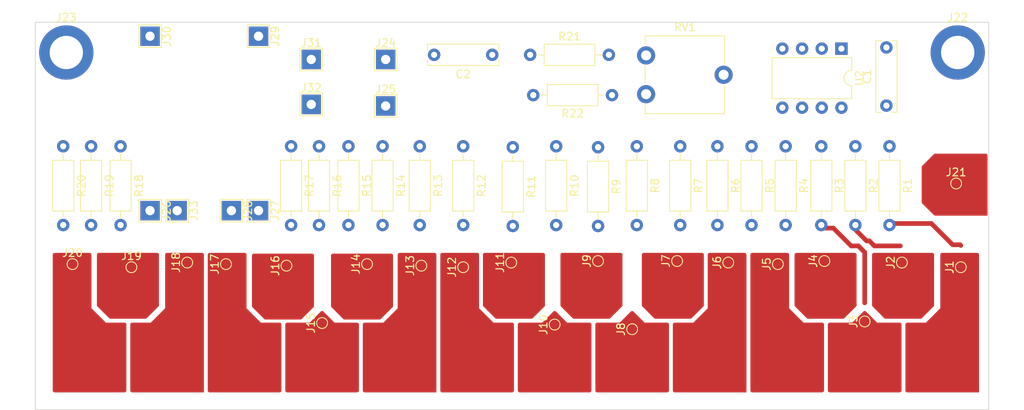
<source format=kicad_pcb>
(kicad_pcb (version 20221018) (generator pcbnew)
  (layers (0 "F.Cu" signal) (31 "B.Cu" signal) (34 "B.Paste" user) (35 "F.Paste" user) (36 "B.SilkS" user "B.Silkscreen") (37 "F.SilkS" user "F.Silkscreen") (38 "B.Mask" user) (39 "F.Mask" user) (44 "Edge.Cuts" user))
  (net 0 "")
  (net 1 "Net-(J1-Pin_1)")
  (net 2 "Net-(J2-Pin_1)")
  (net 3 "Net-(J3-Pin_1)")
  (net 4 "Net-(J4-Pin_1)")
  (net 5 "Net-(J5-Pin_1)")
  (net 6 "Net-(J6-Pin_1)")
  (net 7 "Net-(J7-Pin_1)")
  (net 8 "Net-(J8-Pin_1)")
  (net 9 "Net-(J9-Pin_1)")
  (net 10 "Net-(J10-Pin_1)")
  (net 11 "Net-(J11-Pin_1)")
  (net 12 "Net-(J12-Pin_1)")
  (net 13 "Net-(J13-Pin_1)")
  (net 14 "Net-(J14-Pin_1)")
  (net 15 "Net-(J15-Pin_1)")
  (net 16 "GND")
  (net 17 "VCC")
  (net 18 "Net-(U2-THR)")
  (net 19 "Net-(J16-Pin_1)")
  (net 20 "Net-(J17-Pin_1)")
  (net 21 "Net-(J18-Pin_1)")
  (net 22 "Net-(J19-Pin_1)")
  (net 23 "Net-(J20-Pin_1)")
  (net 24 "+BATT")
  (net 25 "Net-(U2-CV)")
  (net 26 "Net-(R21-Pad2)")
  (net 27 "Net-(R22-Pad1)")
  (net 28 "+5V")
  (net 29 "Net-(J21-Pin_1)")
  (net 31 "Net-(J24-Pin_1)")
  (footprint "Resistor_THT:R_Axial_DIN0207_L6.3mm_D2.5mm_P10.16mm_Horizontal" (layer "F.Cu") (at 151.4 66 -90)
    (fp_text reference "R3" (at 5.08 -2.37 90) (layer "F.SilkS"))
    (fp_text value "R")
    (fp_line (start 1.04 0) (end 1.81 0) (stroke (width 0.12)) (layer "F.SilkS"))
    (fp_line (start 1.81 -1.37) (end 1.81 1.37) (stroke (width 0.12)) (layer "F.SilkS"))
    (fp_line (start 1.81 1.37) (end 8.35 1.37) (stroke (width 0.12)) (layer "F.SilkS"))
    (fp_line (start 8.35 -1.37) (end 1.81 -1.37) (stroke (width 0.12)) (layer "F.SilkS"))
    (fp_line (start 8.35 1.37) (end 8.35 -1.37) (stroke (width 0.12)) (layer "F.SilkS"))
    (fp_line (start 9.12 0) (end 8.35 0) (stroke (width 0.12)) (layer "F.SilkS"))
    (pad "1" thru_hole circle (at 0 0 270) (size 1.6 1.6) (drill 0.8) (layers "*.Cu" "*.Mask") (net 2 "Net-(J2-Pin_1)"))
    (pad "2" thru_hole oval (at 10.16 0 270) (size 1.6 1.6) (drill 0.8) (layers "*.Cu" "*.Mask") (net 3 "Net-(J3-Pin_1)"))
  )
  (footprint "Package_DIP:DIP-8_W7.62mm" (layer "F.Cu") (at 154 53.4 -90)
    (fp_text reference "U2" (at 3.81 -2.33 90) (layer "F.SilkS"))
    (fp_text value "NE555P")
    (fp_line (start 1.16 -1.33) (end 1.16 8.95) (stroke (width 0.12)) (layer "F.SilkS"))
    (fp_line (start 1.16 8.95) (end 6.46 8.95) (stroke (width 0.12)) (layer "F.SilkS"))
    (fp_line (start 2.81 -1.33) (end 1.16 -1.33) (stroke (width 0.12)) (layer "F.SilkS"))
    (fp_line (start 6.46 -1.33) (end 4.81 -1.33) (stroke (width 0.12)) (layer "F.SilkS"))
    (fp_line (start 6.46 8.95) (end 6.46 -1.33) (stroke (width 0.12)) (layer "F.SilkS"))
    (fp_arc (start 4.81 -1.33) (mid 3.81 -0.33) (end 2.81 -1.33) (stroke (width 0.12)) (layer "F.SilkS"))
    (pad "1" thru_hole rect (at 0 0 270) (size 1.6 1.6) (drill 0.8) (layers "*.Cu" "*.Mask") (net 16 "GND"))
    (pad "2" thru_hole oval (at 0 2.54 270) (size 1.6 1.6) (drill 0.8) (layers "*.Cu" "*.Mask") (net 18 "Net-(U2-THR)"))
    (pad "3" thru_hole oval (at 0 5.08 270) (size 1.6 1.6) (drill 0.8) (layers "*.Cu" "*.Mask") (net 29 "Net-(J21-Pin_1)"))
    (pad "4" thru_hole oval (at 0 7.62 270) (size 1.6 1.6) (drill 0.8) (layers "*.Cu" "*.Mask") (net 17 "VCC"))
    (pad "5" thru_hole oval (at 7.62 7.62 270) (size 1.6 1.6) (drill 0.8) (layers "*.Cu" "*.Mask") (net 25 "Net-(U2-CV)"))
    (pad "6" thru_hole oval (at 7.62 5.08 270) (size 1.6 1.6) (drill 0.8) (layers "*.Cu" "*.Mask") (net 18 "Net-(U2-THR)"))
    (pad "7" thru_hole oval (at 7.62 2.54 270) (size 1.6 1.6) (drill 0.8) (layers "*.Cu" "*.Mask"))
    (pad "8" thru_hole oval (at 7.62 0 270) (size 1.6 1.6) (drill 0.8) (layers "*.Cu" "*.Mask") (net 17 "VCC"))
  )
  (footprint "Capacitor_THT:C_Rect_L9.0mm_W2.5mm_P7.50mm_MKT" (layer "F.Cu") (at 159.8 60.75 90)
    (fp_text reference "C1" (at 3.75 -2.5 90) (layer "F.SilkS"))
    (fp_text value "C")
    (fp_line (start -0.87 -1.37) (end -0.87 -0.665) (stroke (width 0.12)) (layer "F.SilkS"))
    (fp_line (start -0.87 -1.37) (end 8.37 -1.37) (stroke (width 0.12)) (layer "F.SilkS"))
    (fp_line (start -0.87 0.665) (end -0.87 1.37) (stroke (width 0.12)) (layer "F.SilkS"))
    (fp_line (start -0.87 1.37) (end 8.37 1.37) (stroke (width 0.12)) (layer "F.SilkS"))
    (fp_line (start 8.37 -1.37) (end 8.37 -0.665) (stroke (width 0.12)) (layer "F.SilkS"))
    (fp_line (start 8.37 0.665) (end 8.37 1.37) (stroke (width 0.12)) (layer "F.SilkS"))
    (pad "1" thru_hole circle (at 0 0 90) (size 1.6 1.6) (drill 0.8) (layers "*.Cu" "*.Mask") (net 18 "Net-(U2-THR)"))
    (pad "2" thru_hole circle (at 7.5 0 90) (size 1.6 1.6) (drill 0.8) (layers "*.Cu" "*.Mask") (net 16 "GND"))
  )
  (footprint "TestPoint:TestPoint_Pad_D1.0mm" (layer "F.Cu") (at 139.4 81 90)
    (fp_text reference "J6" (at 0 -1.448 90) (layer "F.SilkS"))
    (fp_text value "Conn_01x01")
    (fp_circle (center 0 0) (end 0 0.7) (stroke (width 0.12)) (fill none) (layer "F.SilkS"))
    (pad "1" smd circle (at 0 0 90) (size 1 1) (layers "F.Cu" "F.Mask") (net 6 "Net-(J6-Pin_1)"))
  )
  (footprint "TestPoint:TestPoint_Pad_D1.0mm" (layer "F.Cu") (at 132.8 80.8 90)
    (fp_text reference "J7" (at 0 -1.448 90) (layer "F.SilkS"))
    (fp_text value "Conn_01x01")
    (fp_circle (center 0 0) (end 0 0.7) (stroke (width 0.12)) (fill none) (layer "F.SilkS"))
    (pad "1" smd circle (at 0 0 90) (size 1 1) (layers "F.Cu" "F.Mask") (net 7 "Net-(J7-Pin_1)"))
  )
  (footprint "Resistor_THT:R_Axial_DIN0207_L6.3mm_D2.5mm_P10.16mm_Horizontal" (layer "F.Cu") (at 57.2 66 -90)
    (fp_text reference "R19" (at 5.08 -2.37 90) (layer "F.SilkS"))
    (fp_text value "R")
    (fp_line (start 1.04 0) (end 1.81 0) (stroke (width 0.12)) (layer "F.SilkS"))
    (fp_line (start 1.81 -1.37) (end 1.81 1.37) (stroke (width 0.12)) (layer "F.SilkS"))
    (fp_line (start 1.81 1.37) (end 8.35 1.37) (stroke (width 0.12)) (layer "F.SilkS"))
    (fp_line (start 8.35 -1.37) (end 1.81 -1.37) (stroke (width 0.12)) (layer "F.SilkS"))
    (fp_line (start 8.35 1.37) (end 8.35 -1.37) (stroke (width 0.12)) (layer "F.SilkS"))
    (fp_line (start 9.12 0) (end 8.35 0) (stroke (width 0.12)) (layer "F.SilkS"))
    (pad "1" thru_hole circle (at 0 0 270) (size 1.6 1.6) (drill 0.8) (layers "*.Cu" "*.Mask") (net 21 "Net-(J18-Pin_1)"))
    (pad "2" thru_hole oval (at 10.16 0 270) (size 1.6 1.6) (drill 0.8) (layers "*.Cu" "*.Mask") (net 22 "Net-(J19-Pin_1)"))
  )
  (footprint "Resistor_THT:R_Axial_DIN0207_L6.3mm_D2.5mm_P10.16mm_Horizontal" (layer "F.Cu") (at 105.2 66 -90)
    (fp_text reference "R12" (at 5.08 -2.37 90) (layer "F.SilkS"))
    (fp_text value "R")
    (fp_line (start 1.04 0) (end 1.81 0) (stroke (width 0.12)) (layer "F.SilkS"))
    (fp_line (start 1.81 -1.37) (end 1.81 1.37) (stroke (width 0.12)) (layer "F.SilkS"))
    (fp_line (start 1.81 1.37) (end 8.35 1.37) (stroke (width 0.12)) (layer "F.SilkS"))
    (fp_line (start 8.35 -1.37) (end 1.81 -1.37) (stroke (width 0.12)) (layer "F.SilkS"))
    (fp_line (start 8.35 1.37) (end 8.35 -1.37) (stroke (width 0.12)) (layer "F.SilkS"))
    (fp_line (start 9.12 0) (end 8.35 0) (stroke (width 0.12)) (layer "F.SilkS"))
    (pad "1" thru_hole circle (at 0 0 270) (size 1.6 1.6) (drill 0.8) (layers "*.Cu" "*.Mask") (net 11 "Net-(J11-Pin_1)"))
    (pad "2" thru_hole oval (at 10.16 0 270) (size 1.6 1.6) (drill 0.8) (layers "*.Cu" "*.Mask") (net 12 "Net-(J12-Pin_1)"))
  )
  (footprint "Resistor_THT:R_Axial_DIN0207_L6.3mm_D2.5mm_P10.16mm_Horizontal" (layer "F.Cu") (at 160.2 66 -90)
    (fp_text reference "R1" (at 5.08 -2.37 90) (layer "F.SilkS"))
    (fp_text value "R" hide)
    (fp_line (start 1.04 0) (end 1.81 0) (stroke (width 0.12)) (layer "F.SilkS"))
    (fp_line (start 1.81 -1.37) (end 1.81 1.37) (stroke (width 0.12)) (layer "F.SilkS"))
    (fp_line (start 1.81 1.37) (end 8.35 1.37) (stroke (width 0.12)) (layer "F.SilkS"))
    (fp_line (start 8.35 -1.37) (end 1.81 -1.37) (stroke (width 0.12)) (layer "F.SilkS"))
    (fp_line (start 8.35 1.37) (end 8.35 -1.37) (stroke (width 0.12)) (layer "F.SilkS"))
    (fp_line (start 9.12 0) (end 8.35 0) (stroke (width 0.12)) (layer "F.SilkS"))
    (pad "1" thru_hole circle (at 0 0 270) (size 1.6 1.6) (drill 0.8) (layers "*.Cu" "*.Mask") (net 18 "Net-(U2-THR)"))
    (pad "2" thru_hole oval (at 10.16 0 270) (size 1.6 1.6) (drill 0.8) (layers "*.Cu" "*.Mask") (net 1 "Net-(J1-Pin_1)"))
  )
  (footprint "Resistor_THT:R_Axial_DIN0207_L6.3mm_D2.5mm_P10.16mm_Horizontal" (layer "F.Cu") (at 99.6 66 -90)
    (fp_text reference "R13" (at 5.08 -2.37 90) (layer "F.SilkS"))
    (fp_text value "R")
    (fp_line (start 1.04 0) (end 1.81 0) (stroke (width 0.12)) (layer "F.SilkS"))
    (fp_line (start 1.81 -1.37) (end 1.81 1.37) (stroke (width 0.12)) (layer "F.SilkS"))
    (fp_line (start 1.81 1.37) (end 8.35 1.37) (stroke (width 0.12)) (layer "F.SilkS"))
    (fp_line (start 8.35 -1.37) (end 1.81 -1.37) (stroke (width 0.12)) (layer "F.SilkS"))
    (fp_line (start 8.35 1.37) (end 8.35 -1.37) (stroke (width 0.12)) (layer "F.SilkS"))
    (fp_line (start 9.12 0) (end 8.35 0) (stroke (width 0.12)) (layer "F.SilkS"))
    (pad "1" thru_hole circle (at 0 0 270) (size 1.6 1.6) (drill 0.8) (layers "*.Cu" "*.Mask") (net 12 "Net-(J12-Pin_1)"))
    (pad "2" thru_hole oval (at 10.16 0 270) (size 1.6 1.6) (drill 0.8) (layers "*.Cu" "*.Mask") (net 13 "Net-(J13-Pin_1)"))
  )
  (footprint "TestPoint:TestPoint_Pad_D1.0mm" (layer "F.Cu") (at 168.8 70.8)
    (fp_text reference "J21" (at 0 -1.448) (layer "F.SilkS"))
    (fp_text value "Conn_01x01")
    (fp_circle (center 0 0) (end 0 0.7) (stroke (width 0.12)) (fill none) (layer "F.SilkS"))
    (pad "1" smd circle (at 0 0) (size 1 1) (layers "F.Cu" "F.Mask") (net 29 "Net-(J21-Pin_1)"))
  )
  (footprint "Resistor_THT:R_Axial_DIN0207_L6.3mm_D2.5mm_P10.16mm_Horizontal" (layer "F.Cu") (at 90.4 66 -90)
    (fp_text reference "R15" (at 5.08 -2.37 90) (layer "F.SilkS"))
    (fp_text value "R")
    (fp_line (start 1.04 0) (end 1.81 0) (stroke (width 0.12)) (layer "F.SilkS"))
    (fp_line (start 1.81 -1.37) (end 1.81 1.37) (stroke (width 0.12)) (layer "F.SilkS"))
    (fp_line (start 1.81 1.37) (end 8.35 1.37) (stroke (width 0.12)) (layer "F.SilkS"))
    (fp_line (start 8.35 -1.37) (end 1.81 -1.37) (stroke (width 0.12)) (layer "F.SilkS"))
    (fp_line (start 8.35 1.37) (end 8.35 -1.37) (stroke (width 0.12)) (layer "F.SilkS"))
    (fp_line (start 9.12 0) (end 8.35 0) (stroke (width 0.12)) (layer "F.SilkS"))
    (pad "1" thru_hole circle (at 0 0 270) (size 1.6 1.6) (drill 0.8) (layers "*.Cu" "*.Mask") (net 14 "Net-(J14-Pin_1)"))
    (pad "2" thru_hole oval (at 10.16 0 270) (size 1.6 1.6) (drill 0.8) (layers "*.Cu" "*.Mask") (net 15 "Net-(J15-Pin_1)"))
  )
  (footprint "TestPoint:TestPoint_Pad_D1.0mm" (layer "F.Cu") (at 87 88.8 90)
    (fp_text reference "J15" (at 0 -1.448 90) (layer "F.SilkS"))
    (fp_text value "Conn_01x01")
    (fp_circle (center 0 0) (end 0 0.7) (stroke (width 0.12)) (fill none) (layer "F.SilkS"))
    (pad "1" smd circle (at 0 0 90) (size 1 1) (layers "F.Cu" "F.Mask") (net 15 "Net-(J15-Pin_1)"))
  )
  (footprint "TestPoint:TestPoint_Pad_D1.0mm" (layer "F.Cu") (at 74.6 81.2 90)
    (fp_text reference "J17" (at 0 -1.448 90) (layer "F.SilkS"))
    (fp_text value "Conn_01x01")
    (fp_circle (center 0 0) (end 0 0.7) (stroke (width 0.12)) (fill none) (layer "F.SilkS"))
    (pad "1" smd circle (at 0 0 90) (size 1 1) (layers "F.Cu" "F.Mask") (net 20 "Net-(J17-Pin_1)"))
  )
  (footprint "TestPoint:TestPoint_Pad_D1.0mm" (layer "F.Cu") (at 169.4 81.6 90)
    (fp_text reference "J1" (at 0 -1.448 90) (layer "F.SilkS"))
    (fp_text value "Conn_01x01")
    (fp_circle (center 0 0) (end 0 0.7) (stroke (width 0.12)) (fill none) (layer "F.SilkS"))
    (pad "1" smd circle (at 0 0 90) (size 1 1) (layers "F.Cu" "F.Mask") (net 1 "Net-(J1-Pin_1)"))
  )
  (footprint "Resistor_THT:R_Axial_DIN0207_L6.3mm_D2.5mm_P10.16mm_Horizontal" (layer "F.Cu") (at 138 66 -90)
    (fp_text reference "R6" (at 5.08 -2.37 90) (layer "F.SilkS"))
    (fp_text value "R")
    (fp_line (start 1.04 0) (end 1.81 0) (stroke (width 0.12)) (layer "F.SilkS"))
    (fp_line (start 1.81 -1.37) (end 1.81 1.37) (stroke (width 0.12)) (layer "F.SilkS"))
    (fp_line (start 1.81 1.37) (end 8.35 1.37) (stroke (width 0.12)) (layer "F.SilkS"))
    (fp_line (start 8.35 -1.37) (end 1.81 -1.37) (stroke (width 0.12)) (layer "F.SilkS"))
    (fp_line (start 8.35 1.37) (end 8.35 -1.37) (stroke (width 0.12)) (layer "F.SilkS"))
    (fp_line (start 9.12 0) (end 8.35 0) (stroke (width 0.12)) (layer "F.SilkS"))
    (pad "1" thru_hole circle (at 0 0 270) (size 1.6 1.6) (drill 0.8) (layers "*.Cu" "*.Mask") (net 5 "Net-(J5-Pin_1)"))
    (pad "2" thru_hole oval (at 10.16 0 270) (size 1.6 1.6) (drill 0.8) (layers "*.Cu" "*.Mask") (net 6 "Net-(J6-Pin_1)"))
  )
  (footprint "TestPoint:TestPoint_Pad_D1.0mm" (layer "F.Cu") (at 127 89.6 90)
    (fp_text reference "J8" (at 0 -1.448 90) (layer "F.SilkS"))
    (fp_text value "Conn_01x01")
    (fp_circle (center 0 0) (end 0 0.7) (stroke (width 0.12)) (fill none) (layer "F.SilkS"))
    (pad "1" smd circle (at 0 0 90) (size 1 1) (layers "F.Cu" "F.Mask") (net 8 "Net-(J8-Pin_1)"))
  )
  (footprint "Resistor_THT:R_Axial_DIN0207_L6.3mm_D2.5mm_P10.16mm_Horizontal" (layer "F.Cu") (at 53.6 66 -90)
    (fp_text reference "R20" (at 5.08 -2.37 90) (layer "F.SilkS"))
    (fp_text value "R")
    (fp_line (start 1.04 0) (end 1.81 0) (stroke (width 0.12)) (layer "F.SilkS"))
    (fp_line (start 1.81 -1.37) (end 1.81 1.37) (stroke (width 0.12)) (layer "F.SilkS"))
    (fp_line (start 1.81 1.37) (end 8.35 1.37) (stroke (width 0.12)) (layer "F.SilkS"))
    (fp_line (start 8.35 -1.37) (end 1.81 -1.37) (stroke (width 0.12)) (layer "F.SilkS"))
    (fp_line (start 8.35 1.37) (end 8.35 -1.37) (stroke (width 0.12)) (layer "F.SilkS"))
    (fp_line (start 9.12 0) (end 8.35 0) (stroke (width 0.12)) (layer "F.SilkS"))
    (pad "1" thru_hole circle (at 0 0 270) (size 1.6 1.6) (drill 0.8) (layers "*.Cu" "*.Mask") (net 22 "Net-(J19-Pin_1)"))
    (pad "2" thru_hole oval (at 10.16 0 270) (size 1.6 1.6) (drill 0.8) (layers "*.Cu" "*.Mask") (net 23 "Net-(J20-Pin_1)"))
  )
  (footprint "TestPoint:TestPoint_THTPad_2.5x2.5mm_Drill1.2mm" (layer "F.Cu") (at 85.6 60.6)
    (fp_text reference "J32" (at 0 -2.148) (layer "F.SilkS"))
    (fp_text value "Conn_01x01")
    (fp_line (start -1.45 -1.45) (end 1.45 -1.45) (stroke (width 0.12)) (layer "F.SilkS"))
    (fp_line (start -1.45 1.45) (end -1.45 -1.45) (stroke (width 0.12)) (layer "F.SilkS"))
    (fp_line (start 1.45 -1.45) (end 1.45 1.45) (stroke (width 0.12)) (layer "F.SilkS"))
    (fp_line (start 1.45 1.45) (end -1.45 1.45) (stroke (width 0.12)) (layer "F.SilkS"))
    (pad "1" thru_hole rect (at 0 0) (size 2.5 2.5) (drill 1.2) (layers "*.Cu" "*.Mask") (net 16 "GND"))
  )
  (footprint "TestPoint:TestPoint_THTPad_2.5x2.5mm_Drill1.2mm" (layer "F.Cu") (at 75.3 74.3 -90)
    (fp_text reference "J28" (at 0 -2.148 90) (layer "F.SilkS"))
    (fp_text value "Conn_01x01")
    (fp_line (start -1.45 -1.45) (end 1.45 -1.45) (stroke (width 0.12)) (layer "F.SilkS"))
    (fp_line (start -1.45 1.45) (end -1.45 -1.45) (stroke (width 0.12)) (layer "F.SilkS"))
    (fp_line (start 1.45 -1.45) (end 1.45 1.45) (stroke (width 0.12)) (layer "F.SilkS"))
    (fp_line (start 1.45 1.45) (end -1.45 1.45) (stroke (width 0.12)) (layer "F.SilkS"))
    (pad "1" thru_hole rect (at 0 0 270) (size 2.5 2.5) (drill 1.2) (layers "*.Cu" "*.Mask") (net 24 "+BATT"))
  )
  (footprint "TestPoint:TestPoint_THTPad_2.5x2.5mm_Drill1.2mm" (layer "F.Cu") (at 95.2 54.8)
    (fp_text reference "J24" (at 0 -2.148) (layer "F.SilkS"))
    (fp_text value "Conn_01x01")
    (fp_line (start -1.45 -1.45) (end 1.45 -1.45) (stroke (width 0.12)) (layer "F.SilkS"))
    (fp_line (start -1.45 1.45) (end -1.45 -1.45) (stroke (width 0.12)) (layer "F.SilkS"))
    (fp_line (start 1.45 -1.45) (end 1.45 1.45) (stroke (width 0.12)) (layer "F.SilkS"))
    (fp_line (start 1.45 1.45) (end -1.45 1.45) (stroke (width 0.12)) (layer "F.SilkS"))
    (pad "1" thru_hole rect (at 0 0) (size 2.5 2.5) (drill 1.2) (layers "*.Cu" "*.Mask") (net 31 "Net-(J24-Pin_1)"))
  )
  (footprint "Resistor_THT:R_Axial_DIN0207_L6.3mm_D2.5mm_P10.16mm_Horizontal" (layer "F.Cu") (at 146.8 66 -90)
    (fp_text reference "R4" (at 5.08 -2.37 90) (layer "F.SilkS"))
    (fp_text value "R")
    (fp_line (start 1.04 0) (end 1.81 0) (stroke (width 0.12)) (layer "F.SilkS"))
    (fp_line (start 1.81 -1.37) (end 1.81 1.37) (stroke (width 0.12)) (layer "F.SilkS"))
    (fp_line (start 1.81 1.37) (end 8.35 1.37) (stroke (width 0.12)) (layer "F.SilkS"))
    (fp_line (start 8.35 -1.37) (end 1.81 -1.37) (stroke (width 0.12)) (layer "F.SilkS"))
    (fp_line (start 8.35 1.37) (end 8.35 -1.37) (stroke (width 0.12)) (layer "F.SilkS"))
    (fp_line (start 9.12 0) (end 8.35 0) (stroke (width 0.12)) (layer "F.SilkS"))
    (pad "1" thru_hole circle (at 0 0 270) (size 1.6 1.6) (drill 0.8) (layers "*.Cu" "*.Mask") (net 3 "Net-(J3-Pin_1)"))
    (pad "2" thru_hole oval (at 10.16 0 270) (size 1.6 1.6) (drill 0.8) (layers "*.Cu" "*.Mask") (net 4 "Net-(J4-Pin_1)"))
  )
  (footprint "TestPoint:TestPoint_Pad_D1.0mm" (layer "F.Cu") (at 54.8 81.2)
    (fp_text reference "J20" (at 0 -1.448) (layer "F.SilkS"))
    (fp_text value "Conn_01x01")
    (fp_circle (center 0 0) (end 0 0.7) (stroke (width 0.12)) (fill none) (layer "F.SilkS"))
    (pad "1" smd circle (at 0 0) (size 1 1) (layers "F.Cu" "F.Mask") (net 23 "Net-(J20-Pin_1)"))
  )
  (footprint "TestPoint:TestPoint_THTPad_2.5x2.5mm_Drill1.2mm" (layer "F.Cu") (at 64.8 51.8 -90)
    (fp_text reference "J30" (at 0 -2.148 90) (layer "F.SilkS"))
    (fp_text value "Conn_01x01")
    (fp_line (start -1.45 -1.45) (end 1.45 -1.45) (stroke (width 0.12)) (layer "F.SilkS"))
    (fp_line (start -1.45 1.45) (end -1.45 -1.45) (stroke (width 0.12)) (layer "F.SilkS"))
    (fp_line (start 1.45 -1.45) (end 1.45 1.45) (stroke (width 0.12)) (layer "F.SilkS"))
    (fp_line (start 1.45 1.45) (end -1.45 1.45) (stroke (width 0.12)) (layer "F.SilkS"))
    (pad "1" thru_hole rect (at 0 0 270) (size 2.5 2.5) (drill 1.2) (layers "*.Cu" "*.Mask") (net 16 "GND"))
  )
  (footprint "TestPoint:TestPoint_Pad_D1.0mm" (layer "F.Cu") (at 82.4 81.4 90)
    (fp_text reference "J16" (at 0 -1.448 90) (layer "F.SilkS"))
    (fp_text value "Conn_01x01")
    (fp_circle (center 0 0) (end 0 0.7) (stroke (width 0.12)) (fill none) (layer "F.SilkS"))
    (pad "1" smd circle (at 0 0 90) (size 1 1) (layers "F.Cu" "F.Mask") (net 19 "Net-(J16-Pin_1)"))
  )
  (footprint "TestPoint:TestPoint_Pad_D1.0mm" (layer "F.Cu") (at 92.8 81.2 90)
    (fp_text reference "J14" (at 0 -1.448 90) (layer "F.SilkS"))
    (fp_text value "Conn_01x01")
    (fp_circle (center 0 0) (end 0 0.7) (stroke (width 0.12)) (fill none) (layer "F.SilkS"))
    (pad "1" smd circle (at 0 0 90) (size 1 1) (layers "F.Cu" "F.Mask") (net 14 "Net-(J14-Pin_1)"))
  )
  (footprint "Resistor_THT:R_Axial_DIN0207_L6.3mm_D2.5mm_P10.16mm_Horizontal" (layer "F.Cu") (at 142.4 66 -90)
    (fp_text reference "R5" (at 5.08 -2.37 90) (layer "F.SilkS"))
    (fp_text value "R")
    (fp_line (start 1.04 0) (end 1.81 0) (stroke (width 0.12)) (layer "F.SilkS"))
    (fp_line (start 1.81 -1.37) (end 1.81 1.37) (stroke (width 0.12)) (layer "F.SilkS"))
    (fp_line (start 1.81 1.37) (end 8.35 1.37) (stroke (width 0.12)) (layer "F.SilkS"))
    (fp_line (start 8.35 -1.37) (end 1.81 -1.37) (stroke (width 0.12)) (layer "F.SilkS"))
    (fp_line (start 8.35 1.37) (end 8.35 -1.37) (stroke (width 0.12)) (layer "F.SilkS"))
    (fp_line (start 9.12 0) (end 8.35 0) (stroke (width 0.12)) (layer "F.SilkS"))
    (pad "1" thru_hole circle (at 0 0 270) (size 1.6 1.6) (drill 0.8) (layers "*.Cu" "*.Mask") (net 4 "Net-(J4-Pin_1)"))
    (pad "2" thru_hole oval (at 10.16 0 270) (size 1.6 1.6) (drill 0.8) (layers "*.Cu" "*.Mask") (net 5 "Net-(J5-Pin_1)"))
  )
  (footprint "TestPoint:TestPoint_Pad_D1.0mm" (layer "F.Cu") (at 122.6 80.8 90)
    (fp_text reference "J9" (at 0 -1.448 90) (layer "F.SilkS"))
    (fp_text value "Conn_01x01")
    (fp_circle (center 0 0) (end 0 0.7) (stroke (width 0.12)) (fill none) (layer "F.SilkS"))
    (pad "1" smd circle (at 0 0 90) (size 1 1) (layers "F.Cu" "F.Mask") (net 9 "Net-(J9-Pin_1)"))
  )
  (footprint "Resistor_THT:R_Axial_DIN0207_L6.3mm_D2.5mm_P10.16mm_Horizontal" (layer "F.Cu") (at 83 66 -90)
    (fp_text reference "R17" (at 5.08 -2.37 90) (layer "F.SilkS"))
    (fp_text value "R")
    (fp_line (start 1.04 0) (end 1.81 0) (stroke (width 0.12)) (layer "F.SilkS"))
    (fp_line (start 1.81 -1.37) (end 1.81 1.37) (stroke (width 0.12)) (layer "F.SilkS"))
    (fp_line (start 1.81 1.37) (end 8.35 1.37) (stroke (width 0.12)) (layer "F.SilkS"))
    (fp_line (start 8.35 -1.37) (end 1.81 -1.37) (stroke (width 0.12)) (layer "F.SilkS"))
    (fp_line (start 8.35 1.37) (end 8.35 -1.37) (stroke (width 0.12)) (layer "F.SilkS"))
    (fp_line (start 9.12 0) (end 8.35 0) (stroke (width 0.12)) (layer "F.SilkS"))
    (pad "1" thru_hole circle (at 0 0 270) (size 1.6 1.6) (drill 0.8) (layers "*.Cu" "*.Mask") (net 19 "Net-(J16-Pin_1)"))
    (pad "2" thru_hole oval (at 10.16 0 270) (size 1.6 1.6) (drill 0.8) (layers "*.Cu" "*.Mask") (net 20 "Net-(J17-Pin_1)"))
  )
  (footprint "TestPoint:TestPoint_THTPad_2.5x2.5mm_Drill1.2mm" (layer "F.Cu") (at 64.8 74.3 -90)
    (fp_text reference "J26" (at 0 -2.148 90) (layer "F.SilkS"))
    (fp_text value "Conn_01x01")
    (fp_line (start -1.45 -1.45) (end 1.45 -1.45) (stroke (width 0.12)) (layer "F.SilkS"))
    (fp_line (start -1.45 1.45) (end -1.45 -1.45) (stroke (width 0.12)) (layer "F.SilkS"))
    (fp_line (start 1.45 -1.45) (end 1.45 1.45) (stroke (width 0.12)) (layer "F.SilkS"))
    (fp_line (start 1.45 1.45) (end -1.45 1.45) (stroke (width 0.12)) (layer "F.SilkS"))
    (pad "1" thru_hole rect (at 0 0 270) (size 2.5 2.5) (drill 1.2) (layers "*.Cu" "*.Mask") (net 16 "GND"))
  )
  (footprint "Resistor_THT:R_Axial_DIN0207_L6.3mm_D2.5mm_P10.16mm_Horizontal" (layer "F.Cu") (at 113.84 54.2)
    (fp_text reference "R21" (at 5.08 -2.37) (layer "F.SilkS"))
    (fp_text value "R")
    (fp_line (start 1.04 0) (end 1.81 0) (stroke (width 0.12)) (layer "F.SilkS"))
    (fp_line (start 1.81 -1.37) (end 1.81 1.37) (stroke (width 0.12)) (layer "F.SilkS"))
    (fp_line (start 1.81 1.37) (end 8.35 1.37) (stroke (width 0.12)) (layer "F.SilkS"))
    (fp_line (start 8.35 -1.37) (end 1.81 -1.37) (stroke (width 0.12)) (layer "F.SilkS"))
    (fp_line (start 8.35 1.37) (end 8.35 -1.37) (stroke (width 0.12)) (layer "F.SilkS"))
    (fp_line (start 9.12 0) (end 8.35 0) (stroke (width 0.12)) (layer "F.SilkS"))
    (pad "1" thru_hole circle (at 0 0) (size 1.6 1.6) (drill 0.8) (layers "*.Cu" "*.Mask") (net 16 "GND"))
    (pad "2" thru_hole oval (at 10.16 0) (size 1.6 1.6) (drill 0.8) (layers "*.Cu" "*.Mask") (net 26 "Net-(R21-Pad2)"))
  )
  (footprint "TestPoint:TestPoint_THTPad_2.5x2.5mm_Drill1.2mm" (layer "F.Cu") (at 95.2 60.8)
    (fp_text reference "J25" (at 0 -2.148) (layer "F.SilkS"))
    (fp_text value "Conn_01x01")
    (fp_line (start -1.45 -1.45) (end 1.45 -1.45) (stroke (width 0.12)) (layer "F.SilkS"))
    (fp_line (start -1.45 1.45) (end -1.45 -1.45) (stroke (width 0.12)) (layer "F.SilkS"))
    (fp_line (start 1.45 -1.45) (end 1.45 1.45) (stroke (width 0.12)) (layer "F.SilkS"))
    (fp_line (start 1.45 1.45) (end -1.45 1.45) (stroke (width 0.12)) (layer "F.SilkS"))
    (pad "1" thru_hole rect (at 0 0) (size 2.5 2.5) (drill 1.2) (layers "*.Cu" "*.Mask") (net 16 "GND"))
  )
  (footprint "TestPoint:TestPoint_THTPad_2.5x2.5mm_Drill1.2mm" (layer "F.Cu") (at 78.8 74.3 -90)
    (fp_text reference "J27" (at 0 -2.148 90) (layer "F.SilkS"))
    (fp_text value "Conn_01x01")
    (fp_line (start -1.45 -1.45) (end 1.45 -1.45) (stroke (width 0.12)) (layer "F.SilkS"))
    (fp_line (start -1.45 1.45) (end -1.45 -1.45) (stroke (width 0.12)) (layer "F.SilkS"))
    (fp_line (start 1.45 -1.45) (end 1.45 1.45) (stroke (width 0.12)) (layer "F.SilkS"))
    (fp_line (start 1.45 1.45) (end -1.45 1.45) (stroke (width 0.12)) (layer "F.SilkS"))
    (pad "1" thru_hole rect (at 0 0 270) (size 2.5 2.5) (drill 1.2) (layers "*.Cu" "*.Mask") (net 17 "VCC"))
  )
  (footprint "TestPoint:TestPoint_Pad_D1.0mm" (layer "F.Cu") (at 105.2 81.6 90)
    (fp_text reference "J12" (at 0 -1.448 90) (layer "F.SilkS"))
    (fp_text value "Conn_01x01")
    (fp_circle (center 0 0) (end 0 0.7) (stroke (width 0.12)) (fill none) (layer "F.SilkS"))
    (pad "1" smd circle (at 0 0 90) (size 1 1) (layers "F.Cu" "F.Mask") (net 12 "Net-(J12-Pin_1)"))
  )
  (footprint "MountingHole:MountingHole_4.3mm_M4_ISO14580_Pad" (layer "F.Cu") (at 54 53.9)
    (fp_text reference "J23" (at 0 -4.5) (layer "F.SilkS"))
    (fp_text value "Screw_Terminal_01x01")
    (pad "1" thru_hole circle (at 0 0) (size 7 7) (drill 4.3) (layers "*.Cu" "*.Mask") (net 16 "GND"))
  )
  (footprint "Resistor_THT:R_Axial_DIN0207_L6.3mm_D2.5mm_P10.16mm_Horizontal" (layer "F.Cu") (at 122.6 66.12 -90)
    (fp_text reference "R9" (at 5.08 -2.37 90) (layer "F.SilkS"))
    (fp_text value "R")
    (fp_line (start 1.04 0) (end 1.81 0) (stroke (width 0.12)) (layer "F.SilkS"))
    (fp_line (start 1.81 -1.37) (end 1.81 1.37) (stroke (width 0.12)) (layer "F.SilkS"))
    (fp_line (start 1.81 1.37) (end 8.35 1.37) (stroke (width 0.12)) (layer "F.SilkS"))
    (fp_line (start 8.35 -1.37) (end 1.81 -1.37) (stroke (width 0.12)) (layer "F.SilkS"))
    (fp_line (start 8.35 1.37) (end 8.35 -1.37) (stroke (width 0.12)) (layer "F.SilkS"))
    (fp_line (start 9.12 0) (end 8.35 0) (stroke (width 0.12)) (layer "F.SilkS"))
    (pad "1" thru_hole circle (at 0 0 270) (size 1.6 1.6) (drill 0.8) (layers "*.Cu" "*.Mask") (net 8 "Net-(J8-Pin_1)"))
    (pad "2" thru_hole oval (at 10.16 0 270) (size 1.6 1.6) (drill 0.8) (layers "*.Cu" "*.Mask") (net 9 "Net-(J9-Pin_1)"))
  )
  (footprint "Resistor_THT:R_Axial_DIN0207_L6.3mm_D2.5mm_P10.16mm_Horizontal" (layer "F.Cu") (at 155.8 66 -90)
    (fp_text reference "R2" (at 5.08 -2.37 90) (layer "F.SilkS"))
    (fp_text value "R" hide)
    (fp_line (start 1.04 0) (end 1.81 0) (stroke (width 0.12)) (layer "F.SilkS"))
    (fp_line (start 1.81 -1.37) (end 1.81 1.37) (stroke (width 0.12)) (layer "F.SilkS"))
    (fp_line (start 1.81 1.37) (end 8.35 1.37) (stroke (width 0.12)) (layer "F.SilkS"))
    (fp_line (start 8.35 -1.37) (end 1.81 -1.37) (stroke (width 0.12)) (layer "F.SilkS"))
    (fp_line (start 8.35 1.37) (end 8.35 -1.37) (stroke (width 0.12)) (layer "F.SilkS"))
    (fp_line (start 9.12 0) (end 8.35 0) (stroke (width 0.12)) (layer "F.SilkS"))
    (pad "1" thru_hole circle (at 0 0 270) (size 1.6 1.6) (drill 0.8) (layers "*.Cu" "*.Mask") (net 1 "Net-(J1-Pin_1)"))
    (pad "2" thru_hole oval (at 10.16 0 270) (size 1.6 1.6) (drill 0.8) (layers "*.Cu" "*.Mask") (net 2 "Net-(J2-Pin_1)"))
  )
  (footprint "Resistor_THT:R_Axial_DIN0207_L6.3mm_D2.5mm_P10.16mm_Horizontal" (layer "F.Cu") (at 111.6 66.12 -90)
    (fp_text reference "R11" (at 5.08 -2.37 90) (layer "F.SilkS"))
    (fp_text value "R")
    (fp_line (start 1.04 0) (end 1.81 0) (stroke (width 0.12)) (layer "F.SilkS"))
    (fp_line (start 1.81 -1.37) (end 1.81 1.37) (stroke (width 0.12)) (layer "F.SilkS"))
    (fp_line (start 1.81 1.37) (end 8.35 1.37) (stroke (width 0.12)) (layer "F.SilkS"))
    (fp_line (start 8.35 -1.37) (end 1.81 -1.37) (stroke (width 0.12)) (layer "F.SilkS"))
    (fp_line (start 8.35 1.37) (end 8.35 -1.37) (stroke (width 0.12)) (layer "F.SilkS"))
    (fp_line (start 9.12 0) (end 8.35 0) (stroke (width 0.12)) (layer "F.SilkS"))
    (pad "1" thru_hole circle (at 0 0 270) (size 1.6 1.6) (drill 0.8) (layers "*.Cu" "*.Mask") (net 10 "Net-(J10-Pin_1)"))
    (pad "2" thru_hole oval (at 10.16 0 270) (size 1.6 1.6) (drill 0.8) (layers "*.Cu" "*.Mask") (net 11 "Net-(J11-Pin_1)"))
  )
  (footprint "TestPoint:TestPoint_THTPad_2.5x2.5mm_Drill1.2mm" (layer "F.Cu") (at 68.3 74.3 -90)
    (fp_text reference "J33" (at 0 -2.148 90) (layer "F.SilkS"))
    (fp_text value "Conn_01x01")
    (fp_line (start -1.45 -1.45) (end 1.45 -1.45) (stroke (width 0.12)) (layer "F.SilkS"))
    (fp_line (start -1.45 1.45) (end -1.45 -1.45) (stroke (width 0.12)) (layer "F.SilkS"))
    (fp_line (start 1.45 -1.45) (end 1.45 1.45) (stroke (width 0.12)) (layer "F.SilkS"))
    (fp_line (start 1.45 1.45) (end -1.45 1.45) (stroke (width 0.12)) (layer "F.SilkS"))
    (pad "1" thru_hole rect (at 0 0 270) (size 2.5 2.5) (drill 1.2) (layers "*.Cu" "*.Mask") (net 16 "GND"))
  )
  (footprint "Resistor_THT:R_Axial_DIN0207_L6.3mm_D2.5mm_P10.16mm_Horizontal" (layer "F.Cu") (at 127.6 66 -90)
    (fp_text reference "R8" (at 5.08 -2.37 90) (layer "F.SilkS"))
    (fp_text value "R")
    (fp_line (start 1.04 0) (end 1.81 0) (stroke (width 0.12)) (layer "F.SilkS"))
    (fp_line (start 1.81 -1.37) (end 1.81 1.37) (stroke (width 0.12)) (layer "F.SilkS"))
    (fp_line (start 1.81 1.37) (end 8.35 1.37) (stroke (width 0.12)) (layer "F.SilkS"))
    (fp_line (start 8.35 -1.37) (end 1.81 -1.37) (stroke (width 0.12)) (layer "F.SilkS"))
    (fp_line (start 8.35 1.37) (end 8.35 -1.37) (stroke (width 0.12)) (layer "F.SilkS"))
    (fp_line (start 9.12 0) (end 8.35 0) (stroke (width 0.12)) (layer "F.SilkS"))
    (pad "1" thru_hole circle (at 0 0 270) (size 1.6 1.6) (drill 0.8) (layers "*.Cu" "*.Mask") (net 7 "Net-(J7-Pin_1)"))
    (pad "2" thru_hole oval (at 10.16 0 270) (size 1.6 1.6) (drill 0.8) (layers "*.Cu" "*.Mask") (net 8 "Net-(J8-Pin_1)"))
  )
  (footprint "TestPoint:TestPoint_Pad_D1.0mm" (layer "F.Cu") (at 157 88.6 90)
    (fp_text reference "J3" (at 0 -1.448 90) (layer "F.SilkS"))
    (fp_text value "Conn_01x01")
    (fp_circle (center 0 0) (end 0 0.7) (stroke (width 0.12)) (fill none) (layer "F.SilkS"))
    (pad "1" smd circle (at 0 0 90) (size 1 1) (layers "F.Cu" "F.Mask") (net 3 "Net-(J3-Pin_1)"))
  )
  (footprint "MountingHole:MountingHole_4.3mm_M4_ISO14580_Pad" (layer "F.Cu") (at 169 53.9)
    (fp_text reference "J22" (at 0 -4.5) (layer "F.SilkS"))
    (fp_text value "Screw_Terminal_01x01")
    (pad "1" thru_hole circle (at 0 0) (size 7 7) (drill 4.3) (layers "*.Cu" "*.Mask") (net 16 "GND"))
  )
  (footprint "Capacitor_THT:C_Rect_L9.0mm_W2.5mm_P7.50mm_MKT" (layer "F.Cu") (at 108.95 54.2 180)
    (fp_text reference "C2" (at 3.75 -2.5) (layer "F.SilkS"))
    (fp_text value "1u")
    (fp_line (start -0.87 -1.37) (end -0.87 -0.665) (stroke (width 0.12)) (layer "F.SilkS"))
    (fp_line (start -0.87 -1.37) (end 8.37 -1.37) (stroke (width 0.12)) (layer "F.SilkS"))
    (fp_line (start -0.87 0.665) (end -0.87 1.37) (stroke (width 0.12)) (layer "F.SilkS"))
    (fp_line (start -0.87 1.37) (end 8.37 1.37) (stroke (width 0.12)) (layer "F.SilkS"))
    (fp_line (start 8.37 -1.37) (end 8.37 -0.665) (stroke (width 0.12)) (layer "F.SilkS"))
    (fp_line (start 8.37 0.665) (end 8.37 1.37) (stroke (width 0.12)) (layer "F.SilkS"))
    (pad "1" thru_hole circle (at 0 0 180) (size 1.6 1.6) (drill 0.8) (layers "*.Cu" "*.Mask") (net 29 "Net-(J21-Pin_1)"))
    (pad "2" thru_hole circle (at 7.5 0 180) (size 1.6 1.6) (drill 0.8) (layers "*.Cu" "*.Mask") (net 31 "Net-(J24-Pin_1)"))
  )
  (footprint "TestPoint:TestPoint_Pad_D1.0mm" (layer "F.Cu") (at 151.8 80.8 90)
    (fp_text reference "J4" (at 0 -1.448 90) (layer "F.SilkS"))
    (fp_text value "Conn_01x01")
    (fp_circle (center 0 0) (end 0 0.7) (stroke (width 0.12)) (fill none) (layer "F.SilkS"))
    (pad "1" smd circle (at 0 0 90) (size 1 1) (layers "F.Cu" "F.Mask") (net 4 "Net-(J4-Pin_1)"))
  )
  (footprint "Resistor_THT:R_Axial_DIN0207_L6.3mm_D2.5mm_P10.16mm_Horizontal" (layer "F.Cu") (at 86.6 66 -90)
    (fp_text reference "R16" (at 5.08 -2.37 90) (layer "F.SilkS"))
    (fp_text value "R")
    (fp_line (start 1.04 0) (end 1.81 0) (stroke (width 0.12)) (layer "F.SilkS"))
    (fp_line (start 1.81 -1.37) (end 1.81 1.37) (stroke (width 0.12)) (layer "F.SilkS"))
    (fp_line (start 1.81 1.37) (end 8.35 1.37) (stroke (width 0.12)) (layer "F.SilkS"))
    (fp_line (start 8.35 -1.37) (end 1.81 -1.37) (stroke (width 0.12)) (layer "F.SilkS"))
    (fp_line (start 8.35 1.37) (end 8.35 -1.37) (stroke (width 0.12)) (layer "F.SilkS"))
    (fp_line (start 9.12 0) (end 8.35 0) (stroke (width 0.12)) (layer "F.SilkS"))
    (pad "1" thru_hole circle (at 0 0 270) (size 1.6 1.6) (drill 0.8) (layers "*.Cu" "*.Mask") (net 15 "Net-(J15-Pin_1)"))
    (pad "2" thru_hole oval (at 10.16 0 270) (size 1.6 1.6) (drill 0.8) (layers "*.Cu" "*.Mask") (net 19 "Net-(J16-Pin_1)"))
  )
  (footprint "TestPoint:TestPoint_Pad_D1.0mm" (layer "F.Cu") (at 145.8 81.2 90)
    (fp_text reference "J5" (at 0 -1.448 90) (layer "F.SilkS"))
    (fp_text value "Conn_01x01")
    (fp_circle (center 0 0) (end 0 0.7) (stroke (width 0.12)) (fill none) (layer "F.SilkS"))
    (pad "1" smd circle (at 0 0 90) (size 1 1) (layers "F.Cu" "F.Mask") (net 5 "Net-(J5-Pin_1)"))
  )
  (footprint "Resistor_THT:R_Axial_DIN0207_L6.3mm_D2.5mm_P10.16mm_Horizontal" (layer "F.Cu") (at 61 66 -90)
    (fp_text reference "R18" (at 5.08 -2.37 90) (layer "F.SilkS"))
    (fp_text value "R")
    (fp_line (start 1.04 0) (end 1.81 0) (stroke (width 0.12)) (layer "F.SilkS"))
    (fp_line (start 1.81 -1.37) (end 1.81 1.37) (stroke (width 0.12)) (layer "F.SilkS"))
    (fp_line (start 1.81 1.37) (end 8.35 1.37) (stroke (width 0.12)) (layer "F.SilkS"))
    (fp_line (start 8.35 -1.37) (end 1.81 -1.37) (stroke (width 0.12)) (layer "F.SilkS"))
    (fp_line (start 8.35 1.37) (end 8.35 -1.37) (stroke (width 0.12)) (layer "F.SilkS"))
    (fp_line (start 9.12 0) (end 8.35 0) (stroke (width 0.12)) (layer "F.SilkS"))
    (pad "1" thru_hole circle (at 0 0 270) (size 1.6 1.6) (drill 0.8) (layers "*.Cu" "*.Mask") (net 20 "Net-(J17-Pin_1)"))
    (pad "2" thru_hole oval (at 10.16 0 270) (size 1.6 1.6) (drill 0.8) (layers "*.Cu" "*.Mask") (net 21 "Net-(J18-Pin_1)"))
  )
  (footprint "TestPoint:TestPoint_Pad_D1.0mm" (layer "F.Cu") (at 69.6 81 90)
    (fp_text reference "J18" (at 0 -1.448 90) (layer "F.SilkS"))
    (fp_text value "Conn_01x01")
    (fp_circle (center 0 0) (end 0 0.7) (stroke (width 0.12)) (fill none) (layer "F.SilkS"))
    (pad "1" smd circle (at 0 0 90) (size 1 1) (layers "F.Cu" "F.Mask") (net 21 "Net-(J18-Pin_1)"))
  )
  (footprint "TestPoint:TestPoint_Pad_D1.0mm" (layer "F.Cu") (at 99.8 81.4 90)
    (fp_text reference "J13" (at 0 -1.448 90) (layer "F.SilkS"))
    (fp_text value "Conn_01x01")
    (fp_circle (center 0 0) (end 0 0.7) (stroke (width 0.12)) (fill none) (layer "F.SilkS"))
    (pad "1" smd circle (at 0 0 90) (size 1 1) (layers "F.Cu" "F.Mask") (net 13 "Net-(J13-Pin_1)"))
  )
  (footprint "Resistor_THT:R_Axial_DIN0207_L6.3mm_D2.5mm_P10.16mm_Horizontal" (layer "F.Cu") (at 94.8 66 -90)
    (fp_text reference "R14" (at 5.08 -2.37 90) (layer "F.SilkS"))
    (fp_text value "R")
    (fp_line (start 1.04 0) (end 1.81 0) (stroke (width 0.12)) (layer "F.SilkS"))
    (fp_line (start 1.81 -1.37) (end 1.81 1.37) (stroke (width 0.12)) (layer "F.SilkS"))
    (fp_line (start 1.81 1.37) (end 8.35 1.37) (stroke (width 0.12)) (layer "F.SilkS"))
    (fp_line (start 8.35 -1.37) (end 1.81 -1.37) (stroke (width 0.12)) (layer "F.SilkS"))
    (fp_line (start 8.35 1.37) (end 8.35 -1.37) (stroke (width 0.12)) (layer "F.SilkS"))
    (fp_line (start 9.12 0) (end 8.35 0) (stroke (width 0.12)) (layer "F.SilkS"))
    (pad "1" thru_hole circle (at 0 0 270) (size 1.6 1.6) (drill 0.8) (layers "*.Cu" "*.Mask") (net 13 "Net-(J13-Pin_1)"))
    (pad "2" thru_hole oval (at 10.16 0 270) (size 1.6 1.6) (drill 0.8) (layers "*.Cu" "*.Mask") (net 14 "Net-(J14-Pin_1)"))
  )
  (footprint "Resistor_THT:R_Axial_DIN0207_L6.3mm_D2.5mm_P10.16mm_Horizontal" (layer "F.Cu") (at 133.2 66 -90)
    (fp_text reference "R7" (at 5.08 -2.37 90) (layer "F.SilkS"))
    (fp_text value "R")
    (fp_line (start 1.04 0) (end 1.81 0) (stroke (width 0.12)) (layer "F.SilkS"))
    (fp_line (start 1.81 -1.37) (end 1.81 1.37) (stroke (width 0.12)) (layer "F.SilkS"))
    (fp_line (start 1.81 1.37) (end 8.35 1.37) (stroke (width 0.12)) (layer "F.SilkS"))
    (fp_line (start 8.35 -1.37) (end 1.81 -1.37) (stroke (width 0.12)) (layer "F.SilkS"))
    (fp_line (start 8.35 1.37) (end 8.35 -1.37) (stroke (width 0.12)) (layer "F.SilkS"))
    (fp_line (start 9.12 0) (end 8.35 0) (stroke (width 0.12)) (layer "F.SilkS"))
    (pad "1" thru_hole circle (at 0 0 270) (size 1.6 1.6) (drill 0.8) (layers "*.Cu" "*.Mask") (net 6 "Net-(J6-Pin_1)"))
    (pad "2" thru_hole oval (at 10.16 0 270) (size 1.6 1.6) (drill 0.8) (layers "*.Cu" "*.Mask") (net 7 "Net-(J7-Pin_1)"))
  )
  (footprint "Resistor_THT:R_Axial_DIN0207_L6.3mm_D2.5mm_P10.16mm_Horizontal" (layer "F.Cu") (at 117.2 66 -90)
    (fp_text reference "R10" (at 5.08 -2.37 90) (layer "F.SilkS"))
    (fp_text value "R")
    (fp_line (start 1.04 0) (end 1.81 0) (stroke (width 0.12)) (layer "F.SilkS"))
    (fp_line (start 1.81 -1.37) (end 1.81 1.37) (stroke (width 0.12)) (layer "F.SilkS"))
    (fp_line (start 1.81 1.37) (end 8.35 1.37) (stroke (width 0.12)) (layer "F.SilkS"))
    (fp_line (start 8.35 -1.37) (end 1.81 -1.37) (stroke (width 0.12)) (layer "F.SilkS"))
    (fp_line (start 8.35 1.37) (end 8.35 -1.37) (stroke (width 0.12)) (layer "F.SilkS"))
    (fp_line (start 9.12 0) (end 8.35 0) (stroke (width 0.12)) (layer "F.SilkS"))
    (pad "1" thru_hole circle (at 0 0 270) (size 1.6 1.6) (drill 0.8) (layers "*.Cu" "*.Mask") (net 9 "Net-(J9-Pin_1)"))
    (pad "2" thru_hole oval (at 10.16 0 270) (size 1.6 1.6) (drill 0.8) (layers "*.Cu" "*.Mask") (net 10 "Net-(J10-Pin_1)"))
  )
  (footprint "TestPoint:TestPoint_Pad_D1.0mm" (layer "F.Cu") (at 161.8 81 90)
    (fp_text reference "J2" (at 0 -1.448 90) (layer "F.SilkS"))
    (fp_text value "Conn_01x01")
    (fp_circle (center 0 0) (end 0 0.7) (stroke (width 0.12)) (fill none) (layer "F.SilkS"))
    (pad "1" smd circle (at 0 0 90) (size 1 1) (layers "F.Cu" "F.Mask") (net 2 "Net-(J2-Pin_1)"))
  )
  (footprint "TestPoint:TestPoint_Pad_D1.0mm" (layer "F.Cu") (at 62.4 81.6)
    (fp_text reference "J19" (at 0 -1.448) (layer "F.SilkS"))
    (fp_text value "Conn_01x01")
    (fp_circle (center 0 0) (end 0 0.7) (stroke (width 0.12)) (fill none) (layer "F.SilkS"))
    (pad "1" smd circle (at 0 0) (size 1 1) (layers "F.Cu" "F.Mask") (net 22 "Net-(J19-Pin_1)"))
  )
  (footprint "Resistor_THT:R_Axial_DIN0207_L6.3mm_D2.5mm_P10.16mm_Horizontal" (layer "F.Cu") (at 124.4 59.4 180)
    (fp_text reference "R22" (at 5.08 -2.37) (layer "F.SilkS"))
    (fp_text value "R")
    (fp_line (start 1.04 0) (end 1.81 0) (stroke (width 0.12)) (layer "F.SilkS"))
    (fp_line (start 1.81 -1.37) (end 1.81 1.37) (stroke (width 0.12)) (layer "F.SilkS"))
    (fp_line (start 1.81 1.37) (end 8.35 1.37) (stroke (width 0.12)) (layer "F.SilkS"))
    (fp_line (start 8.35 -1.37) (end 1.81 -1.37) (stroke (width 0.12)) (layer "F.SilkS"))
    (fp_line (start 8.35 1.37) (end 8.35 -1.37) (stroke (width 0.12)) (layer "F.SilkS"))
    (fp_line (start 9.12 0) (end 8.35 0) (stroke (width 0.12)) (layer "F.SilkS"))
    (pad "1" thru_hole circle (at 0 0 180) (size 1.6 1.6) (drill 0.8) (layers "*.Cu" "*.Mask") (net 27 "Net-(R22-Pad1)"))
    (pad "2" thru_hole oval (at 10.16 0 180) (size 1.6 1.6) (drill 0.8) (layers "*.Cu" "*.Mask") (net 17 "VCC"))
  )
  (footprint "TestPoint:TestPoint_Pad_D1.0mm" (layer "F.Cu") (at 117 89 90)
    (fp_text reference "J10" (at 0 -1.448 90) (layer "F.SilkS"))
    (fp_text value "Conn_01x01")
    (fp_circle (center 0 0) (end 0 0.7) (stroke (width 0.12)) (fill none) (layer "F.SilkS"))
    (pad "1" smd circle (at 0 0 90) (size 1 1) (layers "F.Cu" "F.Mask") (net 10 "Net-(J10-Pin_1)"))
  )
  (footprint "Potentiometer_THT:Potentiometer_ACP_CA9-V10_Vertical" (layer "F.Cu") (at 128.8 59.275)
    (fp_text reference "RV1" (at 5 -8.65) (layer "F.SilkS"))
    (fp_text value "10k")
    (fp_line (start -0.12 -7.521) (end -0.12 -6.426) (stroke (width 0.12)) (layer "F.SilkS"))
    (fp_line (start -0.12 -7.521) (end 10.12 -7.521) (stroke (width 0.12)) (layer "F.SilkS"))
    (fp_line (start -0.12 -3.574) (end -0.12 -1.425) (stroke (width 0.12)) (layer "F.SilkS"))
    (fp_line (start -0.12 1.425) (end -0.12 2.52) (stroke (width 0.12)) (layer "F.SilkS"))
    (fp_line (start -0.12 2.52) (end 10.12 2.52) (stroke (width 0.12)) (layer "F.SilkS"))
    (fp_line (start 10.12 -7.521) (end 10.12 -3.925) (stroke (width 0.12)) (layer "F.SilkS"))
    (fp_line (start 10.12 -1.075) (end 10.12 2.52) (stroke (width 0.12)) (layer "F.SilkS"))
    (pad "1" thru_hole circle (at 0 0) (size 2.34 2.34) (drill 1.3) (layers "*.Cu" "*.Mask") (net 27 "Net-(R22-Pad1)"))
    (pad "2" thru_hole circle (at 10 -2.5) (size 2.34 2.34) (drill 1.3) (layers "*.Cu" "*.Mask") (net 25 "Net-(U2-CV)"))
    (pad "3" thru_hole circle (at 0 -5) (size 2.34 2.34) (drill 1.3) (layers "*.Cu" "*.Mask") (net 26 "Net-(R21-Pad2)"))
  )
  (footprint "TestPoint:TestPoint_Pad_D1.0mm" (layer "F.Cu") (at 111.4 81 90)
    (fp_text reference "J11" (at 0 -1.448 90) (layer "F.SilkS"))
    (fp_text value "Conn_01x01")
    (fp_circle (center 0 0) (end 0 0.7) (stroke (width 0.12)) (fill none) (layer "F.SilkS"))
    (pad "1" smd circle (at 0 0 90) (size 1 1) (layers "F.Cu" "F.Mask") (net 11 "Net-(J11-Pin_1)"))
  )
  (footprint "TestPoint:TestPoint_THTPad_2.5x2.5mm_Drill1.2mm" (layer "F.Cu") (at 78.8 51.8 -90)
    (fp_text reference "J29" (at 0 -2.148 90) (layer "F.SilkS"))
    (fp_text value "Conn_01x01")
    (fp_line (start -1.45 -1.45) (end 1.45 -1.45) (stroke (width 0.12)) (layer "F.SilkS"))
    (fp_line (start -1.45 1.45) (end -1.45 -1.45) (stroke (width 0.12)) (layer "F.SilkS"))
    (fp_line (start 1.45 -1.45) (end 1.45 1.45) (stroke (width 0.12)) (layer "F.SilkS"))
    (fp_line (start 1.45 1.45) (end -1.45 1.45) (stroke (width 0.12)) (layer "F.SilkS"))
    (pad "1" thru_hole rect (at 0 0 270) (size 2.5 2.5) (drill 1.2) (layers "*.Cu" "*.Mask") (net 28 "+5V"))
  )
  (footprint "TestPoint:TestPoint_THTPad_2.5x2.5mm_Drill1.2mm" (layer "F.Cu") (at 85.6 54.8)
    (fp_text reference "J31" (at 0 -2.148) (layer "F.SilkS"))
    (fp_text value "Conn_01x01")
    (fp_line (start -1.45 -1.45) (end 1.45 -1.45) (stroke (width 0.12)) (layer "F.SilkS"))
    (fp_line (start -1.45 1.45) (end -1.45 -1.45) (stroke (width 0.12)) (layer "F.SilkS"))
    (fp_line (start 1.45 -1.45) (end 1.45 1.45) (stroke (width 0.12)) (layer "F.SilkS"))
    (fp_line (start 1.45 1.45) (end -1.45 1.45) (stroke (width 0.12)) (layer "F.SilkS"))
    (pad "1" thru_hole rect (at 0 0) (size 2.5 2.5) (drill 1.2) (layers "*.Cu" "*.Mask") (net 24 "+BATT"))
  )
  (gr_poly (pts (xy 122.5 97.5) (xy 131.5 97.5) (xy 131.5 89) (xy 128.5 89) (xy 127 87.5) (xy 125.5 89) (xy 122.5 89)) (stroke (width 0.5)) (fill solid) (layer "F.Cu"))
  (gr_poly (pts (xy 152.5 97.5) (xy 161.5 97.5) (xy 161.5 89) (xy 158.5 89) (xy 157 87.5) (xy 155.5 89) (xy 152.5 89)) (stroke (width 0.5)) (fill solid) (layer "F.Cu"))
  (gr_poly (pts (xy 72.5 97.5) (xy 81.5 97.5) (xy 81.5 89) (xy 79 89) (xy 77 87) (xy 77 80) (xy 72.5 80)) (stroke (width 0.5)) (fill solid) (layer "F.Cu"))
  (gr_poly (pts (xy 58.2 80) (xy 58.2 86.5) (xy 59.7 88) (xy 64.2 88) (xy 65.7 86.5) (xy 65.7 80)) (stroke (width 0.5)) (fill solid) (layer "F.Cu"))
  (gr_poly (pts (xy 78.2 80.1) (xy 78.2 86.6) (xy 79.7 88.1) (xy 84.2 88.1) (xy 85.7 86.6) (xy 85.7 80.1)) (stroke (width 0.5)) (fill solid) (layer "F.Cu"))
  (gr_poly (pts (xy 141.5 97.5) (xy 132.5 97.5) (xy 132.5 89) (xy 135 89) (xy 137 87) (xy 137 80) (xy 141.5 80)) (stroke (width 0.5)) (fill solid) (layer "F.Cu"))
  (gr_poly (pts (xy 142.5 97.5) (xy 151.5 97.5) (xy 151.5 89) (xy 149 89) (xy 147 87) (xy 147 80) (xy 142.5 80)) (stroke (width 0.5)) (fill solid) (layer "F.Cu"))
  (gr_poly (pts (xy 52.5 97.5) (xy 61.5 97.5) (xy 61.5 89) (xy 59 89) (xy 57 87) (xy 57 80) (xy 52.5 80)) (stroke (width 0.5)) (fill solid) (layer "F.Cu"))
  (gr_poly (pts (xy 101.5 97.5) (xy 92.5 97.5) (xy 92.5 89) (xy 95 89) (xy 97 87) (xy 97 80) (xy 101.5 80)) (stroke (width 0.5)) (fill solid) (layer "F.Cu"))
  (gr_poly (pts (xy 71.5 97.5) (xy 62.5 97.5) (xy 62.5 89) (xy 65 89) (xy 67 87) (xy 67 80) (xy 71.5 80)) (stroke (width 0.5)) (fill solid) (layer "F.Cu"))
  (gr_poly (pts (xy 88.4 80.1) (xy 88.4 86.6) (xy 89.9 88.1) (xy 94.4 88.1) (xy 95.9 86.6) (xy 95.9 80.1)) (stroke (width 0.5)) (fill solid) (layer "F.Cu"))
  (gr_poly (pts (xy 172.6 67.2) (xy 166.1 67.2) (xy 164.6 68.7) (xy 164.6 73.2) (xy 166.1 74.7) (xy 172.6 74.7)) (stroke (width 0.5)) (fill solid) (layer "F.Cu"))
  (gr_poly (pts (xy 112.5 97.5) (xy 121.5 97.5) (xy 121.5 89) (xy 118.5 89) (xy 117 87.5) (xy 115.5 89) (xy 112.5 89)) (stroke (width 0.5)) (fill solid) (layer "F.Cu"))
  (gr_poly (pts (xy 82.5 97.5) (xy 91.5 97.5) (xy 91.5 89) (xy 88.5 89) (xy 87 87.5) (xy 85.5 89) (xy 82.5 89)) (stroke (width 0.5)) (fill solid) (layer "F.Cu"))
  (gr_poly (pts (xy 128.5 80) (xy 128.5 86.5) (xy 130 88) (xy 134.5 88) (xy 136 86.5) (xy 136 80)) (stroke (width 0.5)) (fill solid) (layer "F.Cu"))
  (gr_poly (pts (xy 118 80) (xy 118 86.5) (xy 119.5 88) (xy 124 88) (xy 125.5 86.5) (xy 125.5 80)) (stroke (width 0.5)) (fill solid) (layer "F.Cu"))
  (gr_poly (pts (xy 171.5 97.5) (xy 162.5 97.5) (xy 162.5 89) (xy 165 89) (xy 167 87) (xy 167 80) (xy 171.5 80)) (stroke (width 0.5)) (fill solid) (layer "F.Cu"))
  (gr_poly (pts (xy 158.2 80) (xy 158.2 86.5) (xy 159.7 88) (xy 164.2 88) (xy 165.7 86.5) (xy 165.7 80)) (stroke (width 0.5)) (fill solid) (layer "F.Cu"))
  (gr_poly (pts (xy 108 80) (xy 108 86.5) (xy 109.5 88) (xy 114 88) (xy 115.5 86.5) (xy 115.5 80)) (stroke (width 0.5)) (fill solid) (layer "F.Cu"))
  (gr_poly (pts (xy 102.5 97.5) (xy 111.5 97.5) (xy 111.5 89) (xy 109 89) (xy 107 87) (xy 107 80) (xy 102.5 80)) (stroke (width 0.5)) (fill solid) (layer "F.Cu"))
  (gr_poly (pts (xy 148.2 80) (xy 148.2 86.5) (xy 149.7 88) (xy 154.2 88) (xy 155.7 86.5) (xy 155.7 80)) (stroke (width 0.5)) (fill solid) (layer "F.Cu"))
  (gr_rect (start 50 50) (end 173 100) (stroke (width 0.1)) (fill none) (layer "Edge.Cuts"))
  (segment (start 160.2 76.56) (end 160.8 75.96) (width 0.6) (layer "F.Cu") (net 1))
  (segment (start 165.6 75.96) (end 168.34 78.7) (width 0.6) (layer "F.Cu") (net 1))
  (segment (start 168.34 78.7) (end 169.3 78.7) (width 0.6) (layer "F.Cu") (net 1))
  (segment (start 160.8 75.96) (end 165.6 75.96) (width 0.6) (layer "F.Cu") (net 1))
  (segment (start 169.3 78.7) (end 169.4 78.8) (width 0.6) (layer "F.Cu") (net 1))
  (segment (start 155.8 76.76) (end 157.24 78.2) (width 0.6) (layer "F.Cu") (net 2))
  (segment (start 157.6 78.2) (end 158.25 78.85) (width 0.6) (layer "F.Cu") (net 2))
  (segment (start 157.24 78.2) (end 157.6 78.2) (width 0.6) (layer "F.Cu") (net 2))
  (segment (start 158.25 78.85) (end 161.6 78.85) (width 0.6) (layer "F.Cu") (net 2))
  (segment (start 151.4 76.56) (end 152.96 76.56) (width 0.6) (layer "F.Cu") (net 3))
  (segment (start 152.96 76.56) (end 155.25 78.85) (width 0.6) (layer "F.Cu") (net 3))
  (segment (start 156.176346 78.85) (end 157 79.673654) (width 0.6) (layer "F.Cu") (net 3))
  (segment (start 157 79.673654) (end 157 86.2) (width 0.6) (layer "F.Cu") (net 3))
  (segment (start 155.25 78.85) (end 156.176346 78.85) (width 0.6) (layer "F.Cu") (net 3))
  (segment (start 54.7 80.8) (end 54.4 81.1) (width 2) (layer "F.Cu") (net 23))
)
</source>
